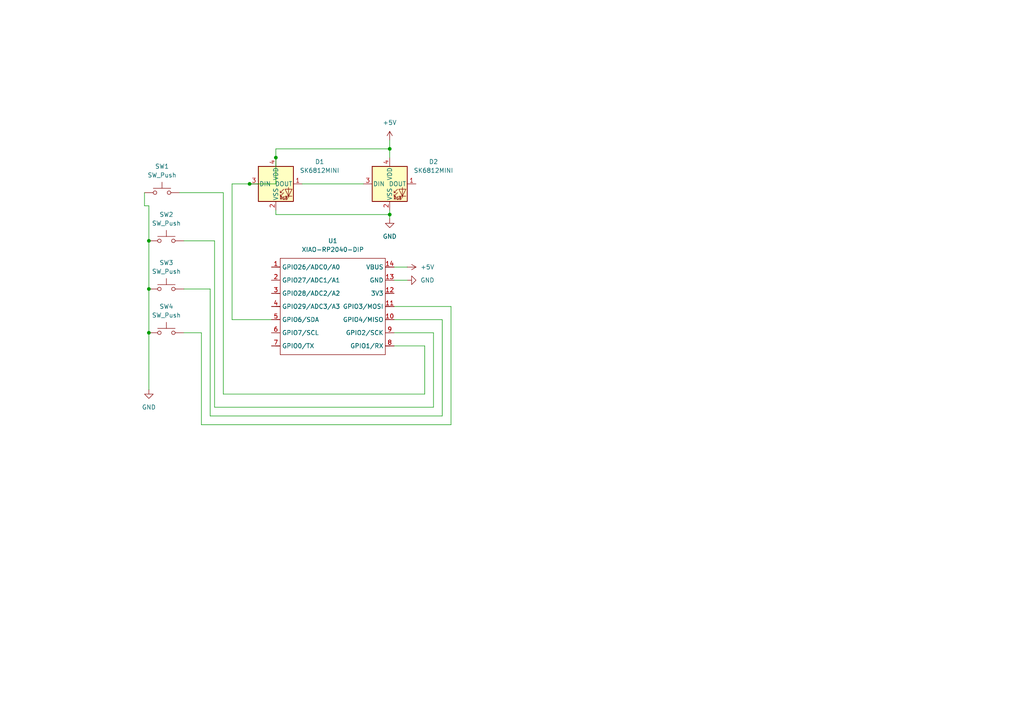
<source format=kicad_sch>
(kicad_sch (version 20250114) (generator "eeschema") (generator_version "9.0")
  (paper "A4")
  (lib_symbols
    (symbol "LED:SK6812MINI" (pin_names (offset 0.254))
      (property "Reference" "D" (at 5.08 5.715 0))
      (property "Value" "SK6812MINI" (at 1.27 -5.715 0))
      (symbol "SK6812MINI_0_0"
        (text "RGB" (at 2.286 -4.191 0) (effects (font (size 0.762 0.762))))
      )
      (symbol "SK6812MINI_0_1"
        (polyline (pts (xy 1.27 -2.54) (xy 1.778 -2.54)))
        (polyline (pts (xy 1.27 -3.556) (xy 1.778 -3.556)))
        (polyline (pts (xy 2.286 -1.524) (xy 1.27 -2.54) (xy 1.27 -2.032)))
        (polyline (pts (xy 2.286 -2.54) (xy 1.27 -3.556) (xy 1.27 -3.048)))
        (polyline (pts (xy 3.683 -1.016) (xy 3.683 -3.556) (xy 3.683 -4.064)))
        (polyline (pts (xy 4.699 -1.524) (xy 2.667 -1.524) (xy 3.683 -3.556) (xy 4.699 -1.524)))
        (polyline (pts (xy 4.699 -3.556) (xy 2.667 -3.556)))
        (rectangle (start 5.08 5.08) (end -5.08 -5.08) (stroke (width 0.254)) (fill (type background)))
      )
      (symbol "SK6812MINI_1_1"
        (pin input line (at -7.62 0 0) (length 2.54) (name "DIN") (number "3"))
        (pin power_in line (at 0 7.62 270) (length 2.54) (name "VDD") (number "4"))
        (pin power_in line (at 0 -7.62 90) (length 2.54) (name "VSS") (number "2"))
        (pin output line (at 7.62 0 180) (length 2.54) (name "DOUT") (number "1"))
      )
    )
    (symbol "Switch:SW_Push" (pin_numbers (hide yes)) (pin_names (offset 1.016) (hide yes))
      (property "Reference" "SW" (at 1.27 2.54 0))
      (property "Value" "SW_Push" (at 0 -1.524 0))
      (symbol "SW_Push_0_1"
        (circle (center -2.032 0) (radius 0.508))
        (polyline (pts (xy 0 1.27) (xy 0 3.048)))
        (circle (center 2.032 0) (radius 0.508))
        (polyline (pts (xy 2.54 1.27) (xy -2.54 1.27)))
        (pin passive line (at -5.08 0 0) (length 2.54) (name "1") (number "1"))
        (pin passive line (at 5.08 0 180) (length 2.54) (name "2") (number "2"))
      )
    )
    (symbol "XIAO-MICRO:XIAO-RP2040-DIP"
      (property "Reference" "U" (at 0 0 0))
      (property "Value" "XIAO-RP2040-DIP" (at 5.334 -1.778 0))
      (symbol "XIAO-RP2040-DIP_1_0"
        (polyline (pts (xy -1.27 -2.54) (xy 29.21 -2.54)) (stroke (width 0.1524)))
        (polyline (pts (xy -1.27 -5.08) (xy -2.54 -5.08)) (stroke (width 0.1524)))
        (polyline (pts (xy -1.27 -5.08) (xy -1.27 -2.54)) (stroke (width 0.1524)))
        (polyline (pts (xy -1.27 -8.89) (xy -2.54 -8.89)) (stroke (width 0.1524)))
        (polyline (pts (xy -1.27 -8.89) (xy -1.27 -5.08)) (stroke (width 0.1524)))
        (polyline (pts (xy -1.27 -12.7) (xy -2.54 -12.7)) (stroke (width 0.1524)))
        (polyline (pts (xy -1.27 -12.7) (xy -1.27 -8.89)) (stroke (width 0.1524)))
        (polyline (pts (xy -1.27 -16.51) (xy -2.54 -16.51)) (stroke (width 0.1524)))
        (polyline (pts (xy -1.27 -16.51) (xy -1.27 -12.7)) (stroke (width 0.1524)))
        (polyline (pts (xy -1.27 -20.32) (xy -2.54 -20.32)) (stroke (width 0.1524)))
        (polyline (pts (xy -1.27 -24.13) (xy -2.54 -24.13)) (stroke (width 0.1524)))
        (polyline (pts (xy -1.27 -27.94) (xy -2.54 -27.94)) (stroke (width 0.1524)))
        (polyline (pts (xy -1.27 -30.48) (xy -1.27 -16.51)) (stroke (width 0.1524)))
        (polyline (pts (xy 29.21 -2.54) (xy 29.21 -5.08)) (stroke (width 0.1524)))
        (polyline (pts (xy 29.21 -5.08) (xy 29.21 -8.89)) (stroke (width 0.1524)))
        (polyline (pts (xy 29.21 -8.89) (xy 29.21 -12.7)) (stroke (width 0.1524)))
        (polyline (pts (xy 29.21 -12.7) (xy 29.21 -30.48)) (stroke (width 0.1524)))
        (polyline (pts (xy 29.21 -30.48) (xy -1.27 -30.48)) (stroke (width 0.1524)))
        (polyline (pts (xy 30.48 -5.08) (xy 29.21 -5.08)) (stroke (width 0.1524)))
        (polyline (pts (xy 30.48 -8.89) (xy 29.21 -8.89)) (stroke (width 0.1524)))
        (polyline (pts (xy 30.48 -12.7) (xy 29.21 -12.7)) (stroke (width 0.1524)))
        (polyline (pts (xy 30.48 -16.51) (xy 29.21 -16.51)) (stroke (width 0.1524)))
        (polyline (pts (xy 30.48 -20.32) (xy 29.21 -20.32)) (stroke (width 0.1524)))
        (polyline (pts (xy 30.48 -24.13) (xy 29.21 -24.13)) (stroke (width 0.1524)))
        (polyline (pts (xy 30.48 -27.94) (xy 29.21 -27.94)) (stroke (width 0.1524)))
        (pin passive line (at -3.81 -5.08 0) (length 2.54) (name "GPIO26/ADC0/A0") (number "1"))
        (pin passive line (at -3.81 -8.89 0) (length 2.54) (name "GPIO27/ADC1/A1") (number "2"))
        (pin passive line (at -3.81 -12.7 0) (length 2.54) (name "GPIO28/ADC2/A2") (number "3"))
        (pin passive line (at -3.81 -16.51 0) (length 2.54) (name "GPIO29/ADC3/A3") (number "4"))
        (pin passive line (at -3.81 -20.32 0) (length 2.54) (name "GPIO6/SDA") (number "5"))
        (pin passive line (at -3.81 -24.13 0) (length 2.54) (name "GPIO7/SCL") (number "6"))
        (pin passive line (at -3.81 -27.94 0) (length 2.54) (name "GPIO0/TX") (number "7"))
        (pin passive line (at 31.75 -5.08 180) (length 2.54) (name "VBUS") (number "14"))
        (pin passive line (at 31.75 -8.89 180) (length 2.54) (name "GND") (number "13"))
        (pin passive line (at 31.75 -12.7 180) (length 2.54) (name "3V3") (number "12"))
        (pin passive line (at 31.75 -16.51 180) (length 2.54) (name "GPIO3/MOSI") (number "11"))
        (pin passive line (at 31.75 -20.32 180) (length 2.54) (name "GPIO4/MISO") (number "10"))
        (pin passive line (at 31.75 -24.13 180) (length 2.54) (name "GPIO2/SCK") (number "9"))
        (pin passive line (at 31.75 -27.94 180) (length 2.54) (name "GPIO1/RX") (number "8"))
      )
    )
    (symbol "power:+5V" (power) (pin_numbers (hide yes)) (pin_names (offset 0) (hide yes))
      (property "Value" "+5V" (at 0 3.556 0))
      (symbol "+5V_0_1"
        (polyline (pts (xy -0.762 1.27) (xy 0 2.54)))
        (polyline (pts (xy 0 2.54) (xy 0.762 1.27)))
        (polyline (pts (xy 0 0) (xy 0 2.54)))
      )
      (symbol "+5V_1_1"
        (pin power_in line (at 0 0 90) (length 0) (name "~") (number "1"))
      )
    )
    (symbol "power:GND" (power) (pin_numbers (hide yes)) (pin_names (offset 0) (hide yes))
      (property "Value" "GND" (at 0 -3.81 0))
      (symbol "GND_0_1"
        (polyline (pts (xy 0 0) (xy 0 -1.27) (xy 1.27 -1.27) (xy 0 -2.54) (xy -1.27 -1.27) (xy 0 -1.27)))
      )
      (symbol "GND_1_1"
        (pin power_in line (at 0 0 270) (length 0) (name "~") (number "1"))
      )
    )
  )
  (junction (at 43.18 96.52))
  (junction (at 113.03 62.23))
  (junction (at 43.18 69.85))
  (junction (at 72.39 53.34))
  (junction (at 113.03 43.18))
  (junction (at 80.01 45.72))
  (junction (at 43.18 83.82))
  (wire (pts (xy 114.3 88.9) (xy 130.81 88.9)))
  (wire (pts (xy 113.03 60.96) (xy 113.03 62.23)))
  (wire (pts (xy 130.81 88.9) (xy 130.81 123.19)))
  (wire (pts (xy 60.96 120.65) (xy 60.96 83.82)))
  (wire (pts (xy 125.73 118.11) (xy 62.23 118.11)))
  (wire (pts (xy 114.3 77.47) (xy 118.11 77.47)))
  (wire (pts (xy 125.73 96.52) (xy 125.73 118.11)))
  (wire (pts (xy 41.91 59.69) (xy 41.91 55.88)))
  (wire (pts (xy 43.18 83.82) (xy 43.18 69.85)))
  (wire (pts (xy 43.18 113.03) (xy 43.18 96.52)))
  (wire (pts (xy 58.42 123.19) (xy 58.42 96.52)))
  (wire (pts (xy 114.3 96.52) (xy 125.73 96.52)))
  (wire (pts (xy 113.03 62.23) (xy 113.03 63.5)))
  (wire (pts (xy 62.23 69.85) (xy 53.34 69.85)))
  (wire (pts (xy 80.01 53.34) (xy 80.01 45.72)))
  (wire (pts (xy 113.03 40.64) (xy 113.03 43.18)))
  (wire (pts (xy 60.96 83.82) (xy 53.34 83.82)))
  (wire (pts (xy 80.01 45.72) (xy 80.01 43.18)))
  (wire (pts (xy 58.42 96.52) (xy 53.34 96.52)))
  (wire (pts (xy 87.63 53.34) (xy 105.41 53.34)))
  (wire (pts (xy 80.01 62.23) (xy 113.03 62.23)))
  (wire (pts (xy 64.77 114.3) (xy 64.77 55.88)))
  (wire (pts (xy 67.31 92.71) (xy 67.31 53.34)))
  (wire (pts (xy 43.18 96.52) (xy 43.18 83.82)))
  (wire (pts (xy 67.31 53.34) (xy 72.39 53.34)))
  (wire (pts (xy 114.3 81.28) (xy 118.11 81.28)))
  (wire (pts (xy 43.18 69.85) (xy 43.18 59.69)))
  (wire (pts (xy 72.39 53.34) (xy 80.01 53.34)))
  (wire (pts (xy 113.03 43.18) (xy 113.03 45.72)))
  (wire (pts (xy 62.23 118.11) (xy 62.23 69.85)))
  (wire (pts (xy 123.19 100.33) (xy 123.19 114.3)))
  (wire (pts (xy 130.81 123.19) (xy 58.42 123.19)))
  (wire (pts (xy 43.18 59.69) (xy 41.91 59.69)))
  (wire (pts (xy 64.77 55.88) (xy 52.07 55.88)))
  (wire (pts (xy 80.01 43.18) (xy 113.03 43.18)))
  (wire (pts (xy 123.19 114.3) (xy 64.77 114.3)))
  (wire (pts (xy 114.3 92.71) (xy 128.27 92.71)))
  (wire (pts (xy 128.27 120.65) (xy 60.96 120.65)))
  (wire (pts (xy 78.74 92.71) (xy 67.31 92.71)))
  (wire (pts (xy 80.01 60.96) (xy 80.01 62.23)))
  (wire (pts (xy 114.3 100.33) (xy 123.19 100.33)))
  (wire (pts (xy 128.27 92.71) (xy 128.27 120.65)))
  (symbol (lib_id "power:+5V") (at 118.11 77.47 270) (unit 1)
    (property "Reference" "#PWR04" (effects (hide yes)))
    (property "Value" "+5V" (at 121.92 77.4699 90) (effects (justify left)))
    (property "Description" "Power symbol creates a global label with name \"+5V\"" (effects (hide yes)))
  )
  (symbol (lib_id "Switch:SW_Push") (at 48.26 96.52 0) (unit 1)
    (property "Reference" "SW4" (at 48.26 88.9 0))
    (property "Value" "SW_Push" (at 48.26 91.44 0))
    (property "Footprint" "Button_Switch_Keyboard:SW_Cherry_MX_1.00u_PCB" (effects (hide yes)))
    (property "Description" "Push button switch, generic, two pins" (effects (hide yes)))
  )
  (symbol (lib_id "XIAO-MICRO:XIAO-RP2040-DIP") (at 82.55 72.39 0) (unit 1)
    (property "Reference" "U1" (at 96.52 69.85 0))
    (property "Value" "XIAO-RP2040-DIP" (at 96.52 72.39 0))
    (property "Footprint" "XIAOMICRO:XIAO-RP2350-DIP" (effects (hide yes)))
  )
  (symbol (lib_id "LED:SK6812MINI") (at 113.03 53.34 0) (unit 1)
    (property "Reference" "D2" (at 125.73 46.9198 0))
    (property "Value" "SK6812MINI" (at 125.73 49.4598 0))
    (property "Footprint" "LED_SMD:LED_SK6812MINI_PLCC4_3.5x3.5mm_P1.75mm" (effects (hide yes)))
    (property "Datasheet" "https://cdn-shop.adafruit.com/product-files/2686/SK6812MINI_REV.01-1-2.pdf" (effects (hide yes)))
    (property "Description" "RGB LED with integrated controller" (effects (hide yes)))
  )
  (symbol (lib_id "LED:SK6812MINI") (at 80.01 53.34 0) (unit 1)
    (property "Reference" "D1" (at 92.71 46.9198 0))
    (property "Value" "SK6812MINI" (at 92.71 49.4598 0))
    (property "Footprint" "LED_SMD:LED_SK6812MINI_PLCC4_3.5x3.5mm_P1.75mm" (effects (hide yes)))
    (property "Datasheet" "https://cdn-shop.adafruit.com/product-files/2686/SK6812MINI_REV.01-1-2.pdf" (effects (hide yes)))
    (property "Description" "RGB LED with integrated controller" (effects (hide yes)))
  )
  (symbol (lib_id "power:GND") (at 113.03 63.5 0) (unit 1)
    (property "Reference" "#PWR02" (effects (hide yes)))
    (property "Value" "GND" (at 113.03 68.58 0))
    (property "Description" "Power symbol creates a global label with name \"GND\" , ground" (effects (hide yes)))
  )
  (symbol (lib_id "Switch:SW_Push") (at 46.99 55.88 0) (unit 1)
    (property "Reference" "SW1" (at 46.99 48.26 0))
    (property "Value" "SW_Push" (at 46.99 50.8 0))
    (property "Footprint" "Button_Switch_Keyboard:SW_Cherry_MX_1.00u_PCB" (effects (hide yes)))
    (property "Description" "Push button switch, generic, two pins" (effects (hide yes)))
  )
  (symbol (lib_id "power:GND") (at 118.11 81.28 90) (unit 1)
    (property "Reference" "#PWR03" (effects (hide yes)))
    (property "Value" "GND" (at 121.92 81.2799 90) (effects (justify right)))
    (property "Description" "Power symbol creates a global label with name \"GND\" , ground" (effects (hide yes)))
  )
  (symbol (lib_id "power:+5V") (at 113.03 40.64 0) (unit 1)
    (property "Reference" "#PWR05" (effects (hide yes)))
    (property "Value" "+5V" (at 113.03 35.56 0))
    (property "Description" "Power symbol creates a global label with name \"+5V\"" (effects (hide yes)))
  )
  (symbol (lib_id "Switch:SW_Push") (at 48.26 69.85 0) (unit 1)
    (property "Reference" "SW2" (at 48.26 62.23 0))
    (property "Value" "SW_Push" (at 48.26 64.77 0))
    (property "Footprint" "Button_Switch_Keyboard:SW_Cherry_MX_1.00u_PCB" (effects (hide yes)))
    (property "Description" "Push button switch, generic, two pins" (effects (hide yes)))
  )
  (symbol (lib_id "power:GND") (at 43.18 113.03 0) (unit 1)
    (property "Reference" "#PWR01" (effects (hide yes)))
    (property "Value" "GND" (at 43.18 118.11 0))
    (property "Description" "Power symbol creates a global label with name \"GND\" , ground" (effects (hide yes)))
  )
  (symbol (lib_id "Switch:SW_Push") (at 48.26 83.82 0) (unit 1)
    (property "Reference" "SW3" (at 48.26 76.2 0))
    (property "Value" "SW_Push" (at 48.26 78.74 0))
    (property "Footprint" "Button_Switch_Keyboard:SW_Cherry_MX_1.00u_PCB" (effects (hide yes)))
    (property "Description" "Push button switch, generic, two pins" (effects (hide yes)))
  )
)
</source>
